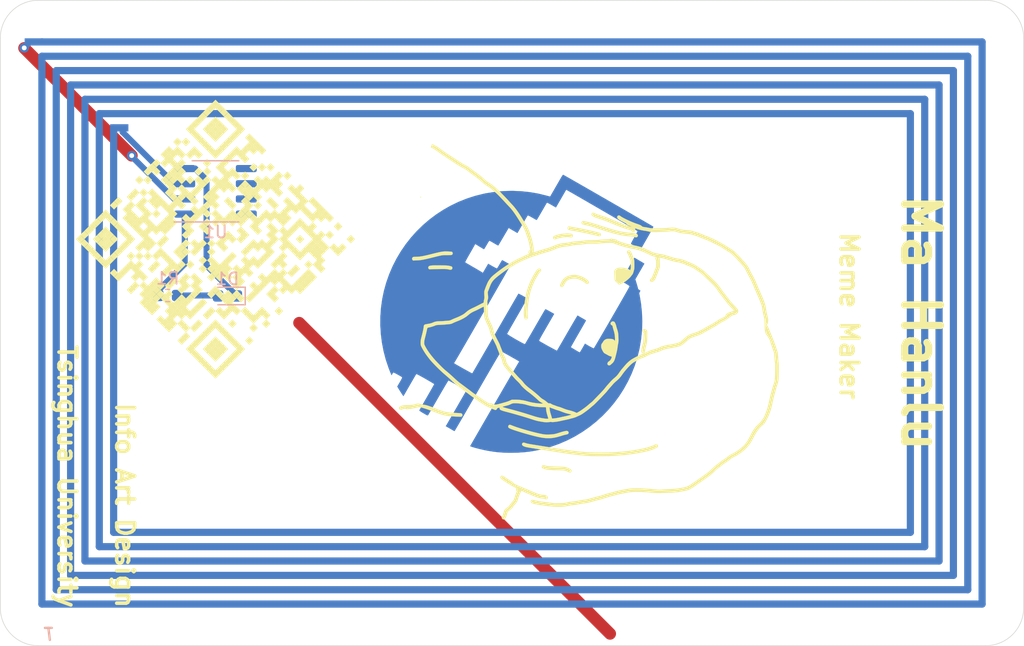
<source format=kicad_pcb>
(kicad_pcb (version 20171130) (host pcbnew "(5.1.9)-1")
  (layers (0 F.Cu signal) (31 B.Cu signal) (34 B.Paste user) (35 F.Paste user) (36 B.SilkS user) (37 F.SilkS user) (38 B.Mask user) (39 F.Mask user) (44 Edge.Cuts user))
  (net 0 "")
  (net 1 "Net-(AE1-Pad2)")
  (net 2 GND)
  (net 3 "Net-(D1-Pad2)")
  (net 4 +3V3)
  (net 5 "Net-(AE1-Pad1)")
  (net 6 "Net-(U1-Pad8)")
  (net 7 "Net-(U1-Pad7)")
  (net 8 "Net-(U1-Pad6)")
  (net 9 "Net-(U1-Pad5)")
  (module Avatars:1马菡璐 (layer F.Cu) (at 149.39 73.03 270)
    (fp_text reference G*** hide)
    (fp_text value LOGO hide)
  )
  (module Card:FutureInteractionDisconnect (layer B.Cu) (at 142.8 73.01)
    (fp_text reference G*** hide)
    (fp_text value LOGO hide)
    (fp_poly (pts (xy 0.476798 10.843159) (xy 0.984689 10.811521) (xy 1.474558 10.756716) (xy 1.960792 10.677047) (xy 2.457777 10.570817) (xy 2.578206 10.541687) (xy 3.286119 10.341214) (xy 3.97344 10.095386) (xy 4.638474 9.805974) (xy 5.279524 9.474753) (xy 5.894894 9.103496) (xy 6.482888 8.693976) (xy 7.04181 8.247968) (xy 7.569964 7.767244) (xy 8.065655 7.253579) (xy 8.527185 6.708745) (xy 8.952859 6.134517) (xy 9.340981 5.532667) (xy 9.689855 4.90497) (xy 9.997785 4.253199) (xy 10.263075 3.579127) (xy 10.484028 2.884529) (xy 10.658949 2.171177) (xy 10.67963 2.0701) (xy 10.801638 1.330457) (xy 10.873378 0.58695) (xy 10.894846 -0.158117) (xy 10.866035 -0.902439) (xy 10.78694 -1.643714) (xy 10.690058 -2.219732) (xy 10.635958 -2.496365) (xy 10.687195 -2.601827) (xy 10.738433 -2.707288) (xy 10.642725 -2.76237) (xy 10.57361 -2.813266) (xy 10.538395 -2.874747) (xy 10.529264 -2.912089) (xy 10.51508 -2.972243) (xy 10.489173 -3.068151) (xy 10.455095 -3.187118) (xy 10.416403 -3.316451) (xy 10.412243 -3.330031) (xy 10.312976 -3.653336) (xy 10.692223 -4.309184) (xy 11.071471 -4.965031) (xy 10.964985 -5.030828) (xy 10.903142 -5.068253) (xy 10.809179 -5.124154) (xy 10.694928 -5.191533) (xy 10.57222 -5.263392) (xy 10.547784 -5.277639) (xy 10.237069 -5.458652) (xy 10.137689 -5.288376) (xy 9.967675 -4.996343) (xy 9.808924 -4.722203) (xy 9.66303 -4.468783) (xy 9.531585 -4.23891) (xy 9.416183 -4.03541) (xy 9.318418 -3.861108) (xy 9.239884 -3.718833) (xy 9.182173 -3.61141) (xy 9.146879 -3.541665) (xy 9.135596 -3.512425) (xy 9.136046 -3.511716) (xy 9.164063 -3.496979) (xy 9.227852 -3.461062) (xy 9.3194 -3.408548) (xy 9.430696 -3.344018) (xy 9.4996 -3.303792) (xy 9.637811 -3.221258) (xy 9.735593 -3.15862) (xy 9.797636 -3.112437) (xy 9.828633 -3.079266) (xy 9.834027 -3.058465) (xy 9.820177 -3.029499) (xy 9.782837 -2.960241) (xy 9.723931 -2.854025) (xy 9.645384 -2.714183) (xy 9.549119 -2.544049) (xy 9.437062 -2.346956) (xy 9.311138 -2.126238) (xy 9.173271 -1.885229) (xy 9.025385 -1.62726) (xy 8.869405 -1.355667) (xy 8.707256 -1.073782) (xy 8.540863 -0.784938) (xy 8.372149 -0.49247) (xy 8.20304 -0.199709) (xy 8.03546 0.090009) (xy 7.871334 0.373352) (xy 7.712586 0.646987) (xy 7.561141 0.907579) (xy 7.418924 1.151796) (xy 7.287859 1.376305) (xy 7.16987 1.577771) (xy 7.066883 1.752862) (xy 6.980822 1.898244) (xy 6.913611 2.010584) (xy 6.867176 2.086548) (xy 6.84344 2.122803) (xy 6.840974 2.125466) (xy 6.808278 2.117555) (xy 6.738414 2.0862) (xy 6.637449 2.034628) (xy 6.511448 1.966064) (xy 6.36648 1.883737) (xy 6.208612 1.790872) (xy 6.183242 1.77566) (xy 6.105384 1.728857) (xy 5.894063 2.096329) (xy 5.823088 2.218199) (xy 5.760368 2.322976) (xy 5.710386 2.403401) (xy 5.677625 2.452217) (xy 5.667121 2.463723) (xy 5.637825 2.451453) (xy 5.575043 2.418207) (xy 5.487566 2.36919) (xy 5.384183 2.309608) (xy 5.273686 2.244664) (xy 5.164865 2.179564) (xy 5.066509 2.119512) (xy 4.98741 2.069714) (xy 4.936358 2.035373) (xy 4.92158 2.02229) (xy 4.933833 1.99713) (xy 4.969152 1.932263) (xy 5.025133 1.83193) (xy 5.09937 1.700376) (xy 5.189458 1.541844) (xy 5.29299 1.360577) (xy 5.407561 1.160818) (xy 5.530766 0.946812) (xy 5.55997 0.896198) (xy 5.684526 0.680078) (xy 5.80079 0.477699) (xy 5.906391 0.293234) (xy 5.998957 0.130856) (xy 6.076116 -0.00526) (xy 6.135498 -0.110942) (xy 6.17473 -0.182016) (xy 6.191441 -0.214307) (xy 6.191837 -0.215823) (xy 6.169285 -0.229211) (xy 6.111795 -0.262713) (xy 6.028445 -0.311082) (xy 5.928313 -0.369071) (xy 5.820475 -0.43143) (xy 5.714011 -0.492914) (xy 5.617997 -0.548273) (xy 5.541511 -0.592261) (xy 5.493632 -0.61963) (xy 5.483312 -0.625412) (xy 5.468283 -0.605464) (xy 5.430101 -0.545036) (xy 5.370888 -0.447717) (xy 5.292762 -0.317094) (xy 5.197843 -0.156756) (xy 5.088252 0.029711) (xy 4.966108 0.238716) (xy 4.833532 0.466674) (xy 4.692643 0.709995) (xy 4.622009 0.832368) (xy 4.477601 1.082663) (xy 4.340473 1.320067) (xy 4.212756 1.540903) (xy 4.096585 1.741495) (xy 3.994093 1.918167) (xy 3.907414 2.067243) (xy 3.838682 2.185046) (xy 3.790029 2.267902) (xy 3.76359 2.312132) (xy 3.759448 2.318529) (xy 3.735327 2.310133) (xy 3.673365 2.28003) (xy 3.579841 2.231692) (xy 3.461036 2.168593) (xy 3.32323 2.094204) (xy 3.172702 2.011998) (xy 3.015732 1.925448) (xy 2.858599 1.838025) (xy 2.707584 1.753204) (xy 2.568966 1.674455) (xy 2.449025 1.605252) (xy 2.354041 1.549067) (xy 2.290293 1.509373) (xy 2.268843 1.494271) (xy 2.266979 1.47259) (xy 2.284275 1.423159) (xy 2.32229 1.342886) (xy 2.382584 1.228679) (xy 2.466716 1.07745) (xy 2.571794 0.893812) (xy 2.685372 0.697133) (xy 2.81263 0.476767) (xy 2.944466 0.248473) (xy 3.071782 0.028007) (xy 3.185479 -0.168875) (xy 3.215098 -0.220164) (xy 3.525594 -0.757828) (xy 3.167325 -0.963385) (xy 3.0277 -1.042281) (xy 2.925374 -1.096862) (xy 2.854557 -1.129721) (xy 2.809459 -1.14345) (xy 2.784291 -1.140642) (xy 2.779722 -1.13692) (xy 2.762251 -1.109847) (xy 2.721702 -1.042493) (xy 2.660279 -0.938641) (xy 2.580188 -0.802073) (xy 2.483633 -0.63657) (xy 2.372819 -0.445915) (xy 2.249951 -0.233888) (xy 2.117234 -0.004271) (xy 1.976872 0.239154) (xy 1.931765 0.3175) (xy 1.789487 0.564379) (xy 1.654156 0.798552) (xy 1.527975 1.016246) (xy 1.41315 1.21369) (xy 1.311885 1.387112) (xy 1.226383 1.53274) (xy 1.158849 1.646802) (xy 1.111487 1.725526) (xy 1.086501 1.76514) (xy 1.083621 1.768911) (xy 1.054992 1.764093) (xy 0.989356 1.736223) (xy 0.892961 1.688891) (xy 0.772051 1.625688) (xy 0.632874 1.550206) (xy 0.481675 1.466035) (xy 0.324701 1.376766) (xy 0.168198 1.285989) (xy 0.018412 1.197296) (xy -0.118411 1.114277) (xy -0.236023 1.040523) (xy -0.32818 0.979625) (xy -0.388635 0.935174) (xy -0.411141 0.91076) (xy -0.411087 0.909645) (xy -0.397314 0.882444) (xy -0.360221 0.815008) (xy -0.301931 0.711067) (xy -0.22457 0.574353) (xy -0.130263 0.408597) (xy -0.021134 0.217531) (xy 0.100691 0.004887) (xy 0.233087 -0.225605) (xy 0.37393 -0.470213) (xy 0.435504 -0.576974) (xy 0.578763 -0.825951) (xy 0.713878 -1.062143) (xy 0.838786 -1.281859) (xy 0.951428 -1.481408) (xy 1.049742 -1.657099) (xy 1.131668 -1.805241) (xy 1.195145 -1.922143) (xy 1.238112 -2.004114) (xy 1.258508 -2.047464) (xy 1.259813 -2.053333) (xy 1.230636 -2.078021) (xy 1.167549 -2.119077) (xy 1.07968 -2.171534) (xy 0.976157 -2.23043) (xy 0.866109 -2.290799) (xy 0.758664 -2.347679) (xy 0.66295 -2.396104) (xy 0.588097 -2.43111) (xy 0.543232 -2.447734) (xy 0.534867 -2.447568) (xy 0.520172 -2.423431) (xy 0.481517 -2.3577) (xy 0.420304 -2.252797) (xy 0.337934 -2.111144) (xy 0.235808 -1.935163) (xy 0.115329 -1.727276) (xy -0.022102 -1.489904) (xy -0.175083 -1.225471) (xy -0.342214 -0.936399) (xy -0.522091 -0.625108) (xy -0.713315 -0.294021) (xy -0.914482 0.054439) (xy -1.124192 0.417851) (xy -1.341043 0.793792) (xy -1.395948 0.889) (xy -1.614299 1.26758) (xy -1.825822 1.634169) (xy -2.02912 1.986351) (xy -2.222792 2.321708) (xy -2.405442 2.637825) (xy -2.575668 2.932284) (xy -2.732075 3.202668) (xy -2.873262 3.446561) (xy -2.99783 3.661546) (xy -3.104383 3.845206) (xy -3.19152 3.995124) (xy -3.257843 4.108884) (xy -3.301953 4.184069) (xy -3.322453 4.218262) (xy -3.323727 4.220125) (xy -3.347562 4.21091) (xy -3.409249 4.179884) (xy -3.502578 4.13052) (xy -3.62134 4.066293) (xy -3.759327 3.990676) (xy -3.910329 3.907143) (xy -4.068139 3.819169) (xy -4.226546 3.730228) (xy -4.379343 3.643793) (xy -4.520319 3.563339) (xy -4.643268 3.492339) (xy -4.741979 3.434268) (xy -4.810243 3.392599) (xy -4.841853 3.370808) (xy -4.842135 3.370533) (xy -4.838087 3.343162) (xy -4.810259 3.29385) (xy -4.80401 3.284947) (xy -4.780083 3.247421) (xy -4.733048 3.169482) (xy -4.664429 3.053775) (xy -4.575747 2.902948) (xy -4.468526 2.719647) (xy -4.344288 2.506516) (xy -4.204555 2.266204) (xy -4.05085 2.001354) (xy -3.884696 1.714615) (xy -3.707615 1.408631) (xy -3.52113 1.086049) (xy -3.326763 0.749515) (xy -3.126037 0.401675) (xy -2.920474 0.045176) (xy -2.711598 -0.317338) (xy -2.50093 -0.683219) (xy -2.289994 -1.049821) (xy -2.080311 -1.414499) (xy -1.873405 -1.774607) (xy -1.670798 -2.127497) (xy -1.474012 -2.470525) (xy -1.28457 -2.801044) (xy -1.103995 -3.116407) (xy -0.93381 -3.41397) (xy -0.775536 -3.691085) (xy -0.630696 -3.945107) (xy -0.500814 -4.173389) (xy -0.387411 -4.373286) (xy -0.29201 -4.542152) (xy -0.216134 -4.677339) (xy -0.161306 -4.776203) (xy -0.129047 -4.836097) (xy -0.12055 -4.854481) (xy -0.148094 -4.872927) (xy -0.20966 -4.910308) (xy -0.296 -4.96131) (xy -0.397867 -5.020616) (xy -0.506014 -5.08291) (xy -0.611194 -5.142878) (xy -0.70416 -5.195204) (xy -0.775665 -5.234572) (xy -0.816461 -5.255667) (xy -0.822178 -5.2578) (xy -0.838059 -5.236966) (xy -0.874508 -5.179447) (xy -0.926976 -5.092712) (xy -0.990913 -4.984229) (xy -1.032724 -4.912095) (xy -1.102552 -4.79303) (xy -1.165122 -4.690318) (xy -1.215493 -4.611763) (xy -1.248727 -4.565171) (xy -1.258171 -4.55588) (xy -1.288054 -4.564389) (xy -1.35364 -4.59469) (xy -1.446906 -4.642711) (xy -1.559832 -4.70438) (xy -1.637655 -4.748519) (xy -1.990869 -4.951668) (xy -2.149317 -4.679284) (xy -2.217631 -4.562121) (xy -2.283393 -4.449812) (xy -2.338709 -4.355815) (xy -2.373162 -4.297784) (xy -2.438558 -4.188668) (xy -2.546429 -4.262275) (xy -2.597072 -4.294445) (xy -2.684832 -4.3476) (xy -2.80268 -4.417593) (xy -2.943589 -4.500277) (xy -3.100528 -4.591503) (xy -3.2639 -4.68565) (xy -3.424814 -4.778382) (xy -3.572138 -4.864052) (xy -3.699845 -4.939097) (xy -3.80191 -4.999949) (xy -3.872307 -5.043043) (xy -3.90501 -5.064814) (xy -3.905734 -5.065449) (xy -3.910202 -5.082339) (xy -3.901796 -5.116628) (xy -3.878477 -5.17232) (xy -3.838203 -5.25342) (xy -3.778934 -5.363933) (xy -3.698629 -5.507865) (xy -3.595247 -5.68922) (xy -3.531084 -5.800695) (xy -3.432139 -5.972688) (xy -3.341858 -6.130582) (xy -3.263264 -6.269015) (xy -3.19938 -6.382622) (xy -3.153231 -6.466041) (xy -3.127838 -6.513907) (xy -3.123812 -6.523205) (xy -3.111402 -6.557575) (xy -3.100951 -6.57599) (xy -3.080344 -6.590961) (xy -3.043599 -6.583451) (xy -2.980525 -6.550329) (xy -2.942589 -6.52732) (xy -2.749686 -6.408294) (xy -2.597127 -6.315195) (xy -2.482465 -6.246571) (xy -2.403252 -6.200974) (xy -2.357039 -6.176953) (xy -2.343024 -6.1722) (xy -2.324092 -6.193152) (xy -2.285107 -6.251056) (xy -2.230736 -6.338485) (xy -2.165646 -6.448011) (xy -2.120011 -6.527164) (xy -2.050271 -6.647126) (xy -1.987949 -6.749842) (xy -1.937776 -6.827859) (xy -1.904486 -6.873724) (xy -1.894188 -6.882764) (xy -1.865233 -6.870804) (xy -1.800524 -6.837362) (xy -1.708056 -6.786776) (xy -1.595824 -6.723386) (xy -1.520929 -6.6802) (xy -1.401491 -6.611244) (xy -1.297982 -6.552313) (xy -1.218106 -6.507727) (xy -1.169566 -6.481804) (xy -1.158573 -6.477) (xy -1.141528 -6.497567) (xy -1.104805 -6.553403) (xy -1.053996 -6.635708) (xy -1.001138 -6.72465) (xy -0.943078 -6.823665) (xy -0.865712 -6.955218) (xy -0.775624 -7.108136) (xy -0.679395 -7.271248) (xy -0.583609 -7.433381) (xy -0.567759 -7.460184) (xy -0.279207 -7.948068) (xy 0.455887 -7.523734) (xy 0.866825 -8.238617) (xy 0.967402 -8.413009) (xy 1.060911 -8.574047) (xy 1.144103 -8.716219) (xy 1.213727 -8.834015) (xy 1.266536 -8.921926) (xy 1.299281 -8.974441) (xy 1.307807 -8.986519) (xy 1.327383 -8.994683) (xy 1.363309 -8.987875) (xy 1.421643 -8.963388) (xy 1.508445 -8.918513) (xy 1.629772 -8.850544) (xy 1.691276 -8.815157) (xy 1.811773 -8.746037) (xy 1.916721 -8.6869) (xy 1.998341 -8.642044) (xy 2.048855 -8.615768) (xy 2.061268 -8.610688) (xy 2.077453 -8.631871) (xy 2.115688 -8.692012) (xy 2.172874 -8.78593) (xy 2.245914 -8.908443) (xy 2.331708 -9.054371) (xy 2.427158 -9.218533) (xy 2.490374 -9.32815) (xy 2.590527 -9.502048) (xy 2.682946 -9.661936) (xy 2.764507 -9.802454) (xy 2.832086 -9.918243) (xy 2.88256 -10.003945) (xy 2.912803 -10.054199) (xy 2.919983 -10.065158) (xy 2.946486 -10.059565) (xy 3.009077 -10.031782) (xy 3.100194 -9.985601) (xy 3.212271 -9.924811) (xy 3.304985 -9.872229) (xy 3.672914 -9.659841) (xy 4.531862 -11.148983) (xy 4.647181 -11.084657) (xy 4.745495 -11.029327) (xy 4.878742 -10.953582) (xy 5.043824 -10.85922) (xy 5.237643 -10.74804) (xy 5.4571 -10.62184) (xy 5.699097 -10.482418) (xy 5.960536 -10.331574) (xy 6.238318 -10.171106) (xy 6.529346 -10.002811) (xy 6.830521 -9.82849) (xy 7.138744 -9.64994) (xy 7.450919 -9.468959) (xy 7.763945 -9.287347) (xy 8.074726 -9.106902) (xy 8.380163 -8.929423) (xy 8.677157 -8.756707) (xy 8.962611 -8.590554) (xy 9.233426 -8.432762) (xy 9.486504 -8.28513) (xy 9.718747 -8.149456) (xy 9.927056 -8.027539) (xy 10.108334 -7.921176) (xy 10.259481 -7.832168) (xy 10.377401 -7.762312) (xy 10.458993 -7.713406) (xy 10.501161 -7.68725) (xy 10.506485 -7.683316) (xy 10.497286 -7.654357) (xy 10.46572 -7.588192) (xy 10.415246 -7.49136) (xy 10.349323 -7.3704) (xy 10.271409 -7.231851) (xy 10.224413 -7.150028) (xy 10.141958 -7.005108) (xy 10.070332 -6.874558) (xy 10.012842 -6.7648) (xy 9.972795 -6.682257) (xy 9.9535 -6.63335) (xy 9.953021 -6.623018) (xy 9.980019 -6.604656) (xy 10.041235 -6.567003) (xy 10.128288 -6.514927) (xy 10.232797 -6.453294) (xy 10.346382 -6.386968) (xy 10.460661 -6.320818) (xy 10.567255 -6.259708) (xy 10.657782 -6.208505) (xy 10.723862 -6.172076) (xy 10.757113 -6.155285) (xy 10.759427 -6.154793) (xy 10.772426 -6.177069) (xy 10.808159 -6.238814) (xy 10.864001 -6.335479) (xy 10.937327 -6.462514) (xy 11.025512 -6.615372) (xy 11.12593 -6.789503) (xy 11.235957 -6.980358) (xy 11.302268 -7.095411) (xy 11.424496 -7.308908) (xy 11.534096 -7.503137) (xy 11.62898 -7.674229) (xy 11.707058 -7.818311) (xy 11.766244 -7.931512) (xy 11.804449 -8.009962) (xy 11.819584 -8.049789) (xy 11.819201 -8.053758) (xy 11.793341 -8.070444) (xy 11.726342 -8.110703) (xy 11.620964 -8.172945) (xy 11.479967 -8.255581) (xy 11.306114 -8.35702) (xy 11.102164 -8.475674) (xy 10.870878 -8.609951) (xy 10.615018 -8.758263) (xy 10.337343 -8.91902) (xy 10.040614 -9.090632) (xy 9.727593 -9.27151) (xy 9.40104 -9.460063) (xy 9.063716 -9.654702) (xy 8.718381 -9.853837) (xy 8.367797 -10.055878) (xy 8.014724 -10.259236) (xy 7.661922 -10.462322) (xy 7.312153 -10.663544) (xy 6.968178 -10.861314) (xy 6.632756 -11.054042) (xy 6.30865 -11.240138) (xy 5.998619 -11.418012) (xy 5.705424 -11.586075) (xy 5.431827 -11.742737) (xy 5.180587 -11.886409) (xy 4.954466 -12.015499) (xy 4.756225 -12.12842) (xy 4.588623 -12.22358) (xy 4.454423 -12.299391) (xy 4.356384 -12.354262) (xy 4.297268 -12.386604) (xy 4.279741 -12.3952) (xy 4.250856 -12.374613) (xy 4.20655 -12.320076) (xy 4.155381 -12.242424) (xy 4.144306 -12.22375) (xy 4.10714 -12.159655) (xy 4.048542 -12.058342) (xy 3.972437 -11.92661) (xy 3.882752 -11.771259) (xy 3.783412 -11.599088) (xy 3.678343 -11.416897) (xy 3.620006 -11.3157) (xy 3.518863 -11.140318) (xy 3.426042 -10.979555) (xy 3.344523 -10.838554) (xy 3.277283 -10.722459) (xy 3.227302 -10.636417) (xy 3.197559 -10.58557) (xy 3.190352 -10.573648) (xy 3.16546 -10.578053) (xy 3.100997 -10.593975) (xy 3.006248 -10.619014) (xy 2.890498 -10.650768) (xy 2.868982 -10.656778) (xy 2.179465 -10.824098) (xy 1.473229 -10.945348) (xy 0.755268 -11.020388) (xy 0.030576 -11.049075) (xy -0.695852 -11.031266) (xy -1.419022 -10.966818) (xy -2.13394 -10.85559) (xy -2.377149 -10.806469) (xy -3.091019 -10.628093) (xy -3.78564 -10.403717) (xy -4.459279 -10.135027) (xy -5.110204 -9.823706) (xy -5.73668 -9.47144) (xy -6.336975 -9.079914) (xy -6.909355 -8.650813) (xy -7.452089 -8.185823) (xy -7.963441 -7.686626) (xy -8.44168 -7.15491) (xy -8.885073 -6.592358) (xy -9.291885 -6.000657) (xy -9.660384 -5.381489) (xy -9.988838 -4.736542) (xy -10.275512 -4.067499) (xy -10.518674 -3.376045) (xy -10.705417 -2.709609) (xy -10.855206 -1.996713) (xy -10.956265 -1.273971) (xy -11.008864 -0.544935) (xy -11.013276 0.186843) (xy -10.96977 0.917811) (xy -10.878618 1.644416) (xy -10.740092 2.363108) (xy -10.554461 3.070334) (xy -10.321997 3.762541) (xy -10.185078 4.109643) (xy -10.07652 4.371185) (xy -10.014684 4.26232) (xy -9.973392 4.195385) (xy -9.938334 4.148296) (xy -9.926474 4.137155) (xy -9.897913 4.144185) (xy -9.834872 4.172127) (xy -9.746552 4.215965) (xy -9.642155 4.270678) (xy -9.530883 4.331248) (xy -9.421938 4.392656) (xy -9.324521 4.449883) (xy -9.247835 4.497909) (xy -9.201081 4.531717) (xy -9.198038 4.534467) (xy -9.188641 4.552931) (xy -9.192238 4.584273) (xy -9.211619 4.634749) (xy -9.249572 4.710616) (xy -9.30889 4.818128) (xy -9.379424 4.941202) (xy -9.595673 5.315065) (xy -9.542201 5.407083) (xy -9.495868 5.484434) (xy -9.433425 5.585479) (xy -9.362038 5.698978) (xy -9.288871 5.813695) (xy -9.22109 5.918392) (xy -9.16586 6.001832) (xy -9.1313 6.051501) (xy -9.0805 6.119745) (xy -8.560943 5.216605) (xy -8.447866 5.020317) (xy -8.341986 4.837045) (xy -8.246126 4.671634) (xy -8.163107 4.52893) (xy -8.09575 4.41378) (xy -8.046879 4.33103) (xy -8.019314 4.285524) (xy -8.014843 4.27878) (xy -7.999627 4.273543) (xy -7.967701 4.280546) (xy -7.915107 4.30179) (xy -7.837885 4.339275) (xy -7.732077 4.395003) (xy -7.593726 4.470975) (xy -7.418872 4.569192) (xy -7.24535 4.667806) (xy -7.069041 4.768995) (xy -6.907678 4.862832) (xy -6.766374 4.946249) (xy -6.650242 5.016177) (xy -6.564394 5.069546) (xy -6.513942 5.103289) (xy -6.5024 5.113779) (xy -6.514744 5.139551) (xy -6.550146 5.204943) (xy -6.606162 5.305639) (xy -6.68035 5.437321) (xy -6.770267 5.595674) (xy -6.873469 5.776382) (xy -6.987512 5.975129) (xy -7.109955 6.187599) (xy -7.124863 6.213408) (xy -7.248334 6.427429) (xy -7.363912 6.628381) (xy -7.469126 6.811922) (xy -7.561504 6.973712) (xy -7.638573 7.109408) (xy -7.697861 7.214669) (xy -7.736897 7.285154) (xy -7.753209 7.316522) (xy -7.753513 7.317416) (xy -7.734805 7.33856) (xy -7.679116 7.379844) (xy -7.593686 7.436403) (xy -7.485756 7.503373) (xy -7.407105 7.550102) (xy -7.273259 7.627504) (xy -7.176164 7.68116) (xy -7.109295 7.713926) (xy -7.066124 7.728655) (xy -7.040125 7.728203) (xy -7.025798 7.716885) (xy -7.008417 7.68856) (xy -6.967898 7.620001) (xy -6.906444 7.515003) (xy -6.826258 7.377358) (xy -6.729543 7.210863) (xy -6.618502 7.01931) (xy -6.495339 6.806494) (xy -6.362256 6.576208) (xy -6.221456 6.332248) (xy -6.17358 6.249223) (xy -6.030885 6.002351) (xy -5.895079 5.768628) (xy -5.768362 5.551761) (xy -5.652934 5.355458) (xy -5.550995 5.183424) (xy -5.464744 5.039367) (xy -5.396382 4.926994) (xy -5.348109 4.850011) (xy -5.322124 4.812126) (xy -5.31873 4.8088) (xy -5.291092 4.818252) (xy -5.22652 4.849717) (xy -5.131197 4.899669) (xy -5.011306 4.964584) (xy -4.873028 5.040937) (xy -4.722548 5.125203) (xy -4.566048 5.213858) (xy -4.40971 5.303377) (xy -4.259718 5.390236) (xy -4.122254 5.470909) (xy -4.0035 5.541872) (xy -3.90964 5.599601) (xy -3.846857 5.64057) (xy -3.821332 5.661255) (xy -3.821163 5.662539) (xy -3.834986 5.686479) (xy -3.872027 5.750678) (xy -3.930125 5.851386) (xy -4.007118 5.984856) (xy -4.100845 6.147341) (xy -4.209143 6.335093) (xy -4.329851 6.544364) (xy -4.460806 6.771406) (xy -4.599848 7.012472) (xy -4.635278 7.0739) (xy -4.777342 7.320144) (xy -4.912933 7.555043) (xy -5.039747 7.774611) (xy -5.155478 7.974864) (xy -5.257823 8.151818) (xy -5.344476 8.301489) (xy -5.413132 8.419891) (xy -5.461488 8.503041) (xy -5.487237 8.546954) (xy -5.489459 8.550657) (xy -5.537891 8.630414) (xy -5.183336 8.836407) (xy -5.062378 8.905981) (xy -4.95657 8.965514) (xy -4.873764 9.010693) (xy -4.821815 9.037205) (xy -4.808341 9.042384) (xy -4.793541 9.02077) (xy -4.754785 8.957527) (xy -4.693468 8.855046) (xy -4.610985 8.715719) (xy -4.508733 8.54194) (xy -4.388107 8.3361) (xy -4.250502 8.100592) (xy -4.097313 7.837807) (xy -3.929938 7.550139) (xy -3.74977 7.239978) (xy -3.558205 6.909718) (xy -3.35664 6.56175) (xy -3.146469 6.198467) (xy -2.929089 5.822261) (xy -2.859819 5.702284) (xy -2.640444 5.322512) (xy -2.427811 4.954916) (xy -2.223316 4.601889) (xy -2.028357 4.265822) (xy -1.844333 3.949108) (xy -1.67264 3.65414) (xy -1.514676 3.38331) (xy -1.371838 3.139011) (xy -1.245525 2.923634) (xy -1.137133 2.739574) (xy -1.048061 2.589221) (xy -0.979706 2.474969) (xy -0.933465 2.39921) (xy -0.910737 2.364336) (xy -0.908677 2.3622) (xy -0.883983 2.374197) (xy -0.821417 2.407837) (xy -0.727235 2.459595) (xy -0.607691 2.525945) (xy -0.469041 2.603361) (xy -0.317539 2.688318) (xy -0.159441 2.77729) (xy -0.001002 2.866752) (xy 0.151523 2.953178) (xy 0.291879 3.033042) (xy 0.413811 3.102819) (xy 0.511064 3.158982) (xy 0.577382 3.198008) (xy 0.605815 3.21583) (xy 0.597824 3.238062) (xy 0.567109 3.28585) (xy 0.55202 3.306682) (xy 0.533848 3.33594) (xy 0.491753 3.406662) (xy 0.427202 3.516313) (xy 0.341664 3.662358) (xy 0.236609 3.842263) (xy 0.113506 4.053493) (xy -0.026177 4.293515) (xy -0.180972 4.559792) (xy -0.349408 4.849792) (xy -0.530017 5.160979) (xy -0.72133 5.490818) (xy -0.921879 5.836776) (xy -1.130194 6.196318) (xy -1.344806 6.566908) (xy -1.564248 6.946013) (xy -1.787048 7.331099) (xy -2.01174 7.71963) (xy -2.236854 8.109072) (xy -2.46092 8.49689) (xy -2.682471 8.880551) (xy -2.900037 9.257518) (xy -3.112149 9.625259) (xy -3.317339 9.981238) (xy -3.496308 10.291954) (xy -3.479985 10.309903) (xy -3.420145 10.336587) (xy -3.323004 10.370372) (xy -3.194775 10.409626) (xy -3.041674 10.452715) (xy -2.869914 10.498006) (xy -2.685711 10.543866) (xy -2.495278 10.588661) (xy -2.30483 10.63076) (xy -2.120582 10.668528) (xy -1.948748 10.700332) (xy -1.9304 10.703476) (xy -1.598835 10.755753) (xy -1.288473 10.795474) (xy -0.984184 10.823852) (xy -0.670839 10.842104) (xy -0.333305 10.851442) (xy -0.0635 10.853328) (xy 0.476798 10.843159)) (layer B.Cu) (width 0.01))
  )
  (module Card:interact.cool (layer F.Cu) (at 118 66 45)
    (fp_text reference QR hide)
    (fp_text value https://interact.cool/ hide)
  )
  (module Card:NFC-Antenna_6_79.24x47.62_0.6x0.6mm (layer B.Cu) (at 142.8 73.01)
    (fp_text reference AE1 hide)
    (fp_text value Antenna_Loop)
    (fp_line (start -33.32 17.51) (end -33.32 -16.31) (layer B.Cu) (width 0.6))
    (fp_line (start 33.32 17.51) (end -33.32 17.51) (layer B.Cu) (width 0.6))
    (fp_line (start 33.32 -17.51) (end 33.32 17.51) (layer B.Cu) (width 0.6))
    (fp_line (start -34.52 -17.51) (end 33.32 -17.51) (layer B.Cu) (width 0.6))
    (fp_line (start -34.52 18.71) (end -34.52 -17.51) (layer B.Cu) (width 0.6))
    (fp_line (start 34.52 18.71) (end -34.52 18.71) (layer B.Cu) (width 0.6))
    (fp_line (start 34.52 -18.71) (end 34.52 18.71) (layer B.Cu) (width 0.6))
    (fp_line (start -35.72 -18.71) (end 34.52 -18.71) (layer B.Cu) (width 0.6))
    (fp_line (start -35.72 19.91) (end -35.72 -18.71) (layer B.Cu) (width 0.6))
    (fp_line (start 35.72 19.91) (end -35.72 19.91) (layer B.Cu) (width 0.6))
    (fp_line (start 35.72 -19.91) (end 35.72 19.91) (layer B.Cu) (width 0.6))
    (fp_line (start -36.92 -19.91) (end 35.72 -19.91) (layer B.Cu) (width 0.6))
    (fp_line (start -36.92 21.11) (end -36.92 -19.91) (layer B.Cu) (width 0.6))
    (fp_line (start 36.92 21.11) (end -36.92 21.11) (layer B.Cu) (width 0.6))
    (fp_line (start 36.92 -21.11) (end 36.92 21.11) (layer B.Cu) (width 0.6))
    (fp_line (start -38.12 -21.11) (end 36.92 -21.11) (layer B.Cu) (width 0.6))
    (fp_line (start -38.12 22.31) (end -38.12 -21.11) (layer B.Cu) (width 0.6))
    (fp_line (start 38.12 22.31) (end -38.12 22.31) (layer B.Cu) (width 0.6))
    (fp_line (start 38.12 -22.31) (end 38.12 22.31) (layer B.Cu) (width 0.6))
    (fp_line (start -39.32 -22.31) (end 38.12 -22.31) (layer B.Cu) (width 0.6))
    (fp_line (start -39.32 23.51) (end -39.32 -22.31) (layer B.Cu) (width 0.6))
    (fp_line (start 39.32 23.51) (end -39.32 23.51) (layer B.Cu) (width 0.6))
    (fp_line (start 39.32 -23.51) (end 39.32 23.51) (layer B.Cu) (width 0.6))
    (fp_line (start -39.32 -23.51) (end 39.32 -23.51) (layer B.Cu) (width 0.6))
    (pad 2 smd rect (at -40 -23.51) (size 1.524 0.6) (layers B.Cu) (net 1 "Net-(AE1-Pad2)"))
    (pad 1 smd rect (at -32.85 -16.325) (size 1.524 0.6) (layers B.Cu) (net 5 "Net-(AE1-Pad1)"))
  )
  (module Package_SO:SO-8_3.9x4.9mm_P1.27mm (layer B.Cu) (at 118 62)
    (fp_text reference U1 (at 0 3.4) (layer B.SilkS) (effects (justify mirror)))
    (fp_text value M24LR04E-R)
    (pad 8 smd roundrect (at 2.575 1.905) (size 1.75 0.6) (layers B.Cu B.Paste B.Mask) (net 6 "Net-(U1-Pad8)"))
    (pad 7 smd roundrect (at 2.575 0.635) (size 1.75 0.6) (layers B.Cu B.Paste B.Mask) (net 7 "Net-(U1-Pad7)"))
    (pad 6 smd roundrect (at 2.575 -0.635) (size 1.75 0.6) (layers B.Cu B.Paste B.Mask) (net 8 "Net-(U1-Pad6)"))
    (pad 5 smd roundrect (at 2.575 -1.905) (size 1.75 0.6) (layers B.Cu B.Paste B.Mask) (net 9 "Net-(U1-Pad5)"))
    (pad 4 smd roundrect (at -2.575 -1.905) (size 1.75 0.6) (layers B.Cu B.Paste B.Mask) (net 2 GND))
    (pad 3 smd roundrect (at -2.575 -0.635) (size 1.75 0.6) (layers B.Cu B.Paste B.Mask) (net 5 "Net-(AE1-Pad1)"))
    (pad 2 smd roundrect (at -2.575 0.635) (size 1.75 0.6) (layers B.Cu B.Paste B.Mask) (net 1 "Net-(AE1-Pad2)"))
    (pad 1 smd roundrect (at -2.575 1.905) (size 1.75 0.6) (layers B.Cu B.Paste B.Mask) (net 4 +3V3))
  )
  (module Resistor_SMD:R_0603_1608Metric (layer B.Cu) (at 114 70.71 180)
    (fp_text reference R1 (at 0 1.43) (layer B.SilkS) (effects (justify mirror)))
    (fp_text value R)
    (pad 2 smd roundrect (at 0.7875 0 180) (size 0.875 0.95) (layers B.Cu B.Paste B.Mask) (net 4 +3V3))
    (pad 1 smd roundrect (at -0.7875 0 180) (size 0.875 0.95) (layers B.Cu B.Paste B.Mask) (net 3 "Net-(D1-Pad2)"))
  )
  (module LED_SMD:LED_0603_1608Metric (layer B.Cu) (at 119 70.75 180)
    (fp_text reference D1 (at 0 1.43) (layer B.SilkS) (effects (justify mirror)))
    (fp_text value LED)
    (pad 2 smd roundrect (at 0.7875 0 180) (size 0.875 0.95) (layers B.Cu B.Paste B.Mask) (net 3 "Net-(D1-Pad2)"))
    (pad 1 smd roundrect (at -0.7875 0 180) (size 0.875 0.95) (layers B.Cu B.Paste B.Mask) (net 2 GND))
  )
  (gr_text T (at 104.14 99.06) (layer B.SilkS) (effects (font (size 1 1) (thickness 0.2) italic) (justify mirror)))
  (gr_text "Info Art Design\n\nTsinghua University" (at 108 97 270) (layer F.SilkS) (effects (font (size 1.5 1.5) (thickness 0.3)) (justify right)))
  (gr_text "Meme Maker " (at 171 73 -90) (layer F.SilkS) (effects (font (size 1.5 1.5) (thickness 0.3))))
  (gr_text "Ma Hanlu" (at 177 73 -90) (layer F.SilkS) (effects (font (size 3 3) (thickness 0.6))))
  (gr_line (start 103.18 100) (end 182.42 100) (layer Edge.Cuts) (width 0.05))
  (gr_line (start 185.6 49.2) (end 185.6 96.82) (layer Edge.Cuts) (width 0.05))
  (gr_line (start 100 49.2) (end 100 96.82) (layer Edge.Cuts) (width 0.05))
  (gr_line (start 103.18 46.02) (end 182.42 46.02) (layer Edge.Cuts) (width 0.05))
  (gr_arc (start 103.18 49.2) (end 103.18 46.02) (angle -90) (layer Edge.Cuts) (width 0.05))
  (gr_arc (start 182.42 49.2) (end 185.6 49.2) (angle -90) (layer Edge.Cuts) (width 0.05))
  (gr_arc (start 103.18 96.82) (end 100 96.82) (angle -90) (layer Edge.Cuts) (width 0.05))
  (gr_arc (start 182.42 96.82) (end 182.42 100) (angle -90) (layer Edge.Cuts) (width 0.05))
  (segment (start 125 73) (end 151 99) (width 1) (layer F.Cu) (net 0))
  (via (at 110.991459 59.008541) (size 0.8) (drill 0.4) (layers F.Cu B.Cu) (net 1))
  (segment (start 110.991459 59.076459) (end 110.991459 59.008541) (width 0.5) (layer B.Cu) (net 1))
  (segment (start 115.425 62.635) (end 114.55 62.635) (width 0.5) (layer B.Cu) (net 1))
  (segment (start 114.55 62.635) (end 110.991459 59.076459) (width 0.5) (layer B.Cu) (net 1))
  (via (at 102 50) (size 0.8) (drill 0.4) (layers F.Cu B.Cu) (net 1))
  (segment (start 110.991459 59.008541) (end 102 50.017082) (width 1) (layer F.Cu) (net 1))
  (segment (start 102 50.017082) (end 102 50) (width 0.5) (layer F.Cu) (net 1))
  (segment (start 102.5 49.5) (end 102.72999 49.5) (width 0.5) (layer B.Cu) (net 1))
  (segment (start 102 50) (end 102.5 49.5) (width 0.5) (layer B.Cu) (net 1))
  (segment (start 116.3 60.095) (end 117.25 61.045) (width 0.5) (layer B.Cu) (net 2))
  (segment (start 115.425 60.095) (end 116.3 60.095) (width 0.5) (layer B.Cu) (net 2))
  (segment (start 117.25 68.2125) (end 119.7875 70.75) (width 0.5) (layer B.Cu) (net 2))
  (segment (start 117.25 61.045) (end 117.25 68.2125) (width 0.5) (layer B.Cu) (net 2))
  (segment (start 118.1725 70.71) (end 118.2125 70.75) (width 0.5) (layer B.Cu) (net 3))
  (segment (start 114.7875 70.71) (end 118.1725 70.71) (width 0.5) (layer B.Cu) (net 3))
  (segment (start 115.425 63.905) (end 115.425 68.075) (width 0.5) (layer B.Cu) (net 4))
  (segment (start 113.2125 70.2875) (end 113.2125 70.71) (width 0.5) (layer B.Cu) (net 4))
  (segment (start 115.425 68.075) (end 113.2125 70.2875) (width 0.5) (layer B.Cu) (net 4))
  (segment (start 110.23001 57.04501) (end 110.23001 56.685) (width 0.5) (layer B.Cu) (net 5))
  (segment (start 115.425 61.365) (end 114.55 61.365) (width 0.5) (layer B.Cu) (net 5))
  (segment (start 114.55 61.365) (end 110.23001 57.04501) (width 0.5) (layer B.Cu) (net 5))
)
</source>
